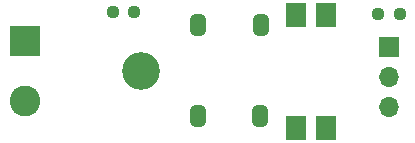
<source format=gbr>
%TF.GenerationSoftware,KiCad,Pcbnew,7.0.10*%
%TF.CreationDate,2024-02-12T10:02:05+01:00*%
%TF.ProjectId,CURRENT_SENSOR_SMD,43555252-454e-4545-9f53-454e534f525f,rev?*%
%TF.SameCoordinates,Original*%
%TF.FileFunction,Soldermask,Top*%
%TF.FilePolarity,Negative*%
%FSLAX46Y46*%
G04 Gerber Fmt 4.6, Leading zero omitted, Abs format (unit mm)*
G04 Created by KiCad (PCBNEW 7.0.10) date 2024-02-12 10:02:05*
%MOMM*%
%LPD*%
G01*
G04 APERTURE LIST*
G04 Aperture macros list*
%AMRoundRect*
0 Rectangle with rounded corners*
0 $1 Rounding radius*
0 $2 $3 $4 $5 $6 $7 $8 $9 X,Y pos of 4 corners*
0 Add a 4 corners polygon primitive as box body*
4,1,4,$2,$3,$4,$5,$6,$7,$8,$9,$2,$3,0*
0 Add four circle primitives for the rounded corners*
1,1,$1+$1,$2,$3*
1,1,$1+$1,$4,$5*
1,1,$1+$1,$6,$7*
1,1,$1+$1,$8,$9*
0 Add four rect primitives between the rounded corners*
20,1,$1+$1,$2,$3,$4,$5,0*
20,1,$1+$1,$4,$5,$6,$7,0*
20,1,$1+$1,$6,$7,$8,$9,0*
20,1,$1+$1,$8,$9,$2,$3,0*%
G04 Aperture macros list end*
%ADD10C,3.200000*%
%ADD11R,1.780000X2.000000*%
%ADD12RoundRect,0.237500X-0.250000X-0.237500X0.250000X-0.237500X0.250000X0.237500X-0.250000X0.237500X0*%
%ADD13RoundRect,0.237500X0.250000X0.237500X-0.250000X0.237500X-0.250000X-0.237500X0.250000X-0.237500X0*%
%ADD14R,1.700000X1.700000*%
%ADD15O,1.700000X1.700000*%
%ADD16R,2.600000X2.600000*%
%ADD17C,2.600000*%
%ADD18RoundRect,0.318750X-0.318750X0.581250X-0.318750X-0.581250X0.318750X-0.581250X0.318750X0.581250X0*%
G04 APERTURE END LIST*
D10*
%TO.C,REF\u002A\u002A*%
X65500000Y-60000000D03*
%TD*%
D11*
%TO.C,U1*%
X78613000Y-64836000D03*
X81153000Y-64836000D03*
X81153000Y-55306000D03*
X78613000Y-55306000D03*
%TD*%
D12*
%TO.C,R2*%
X85574500Y-55245000D03*
X87399500Y-55245000D03*
%TD*%
D13*
%TO.C,R1*%
X64912500Y-55000000D03*
X63087500Y-55000000D03*
%TD*%
D14*
%TO.C,J2*%
X86500000Y-57960000D03*
D15*
X86500000Y-60500000D03*
X86500000Y-63040000D03*
%TD*%
D16*
%TO.C,J1*%
X55695000Y-57455000D03*
D17*
X55695000Y-62535000D03*
%TD*%
D18*
%TO.C,D1*%
X75662500Y-56100000D03*
X70362500Y-56100000D03*
X70300000Y-63800000D03*
X75600000Y-63800000D03*
%TD*%
M02*

</source>
